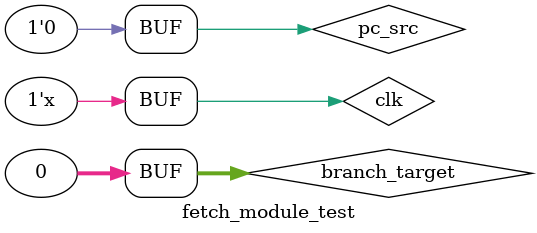
<source format=v>
`timescale 1ns / 1ps

module fetch_module_test #(parameter PERIOD=20);

	// Inputs
	reg [31:0] branch_target;
	reg clk;
	reg pc_src;

	// Outputs
	wire [31:0] instruction;
	wire [31:0] pc;
	wire hit;

	// Instantiate the Unit Under Test (UUT)
	fetch_module uut (
		.branch_target(branch_target), 
		.clk(clk), 
		.pc_src(pc_src), 
		.instruction(instruction), 
		.pc(pc), 
		.hit(hit)
	);

	always #PERIOD clk=~clk; 

	initial begin
		clk = 0;
		branch_target = 32'h00000000;
		pc_src = 0;
	end
      
endmodule


</source>
